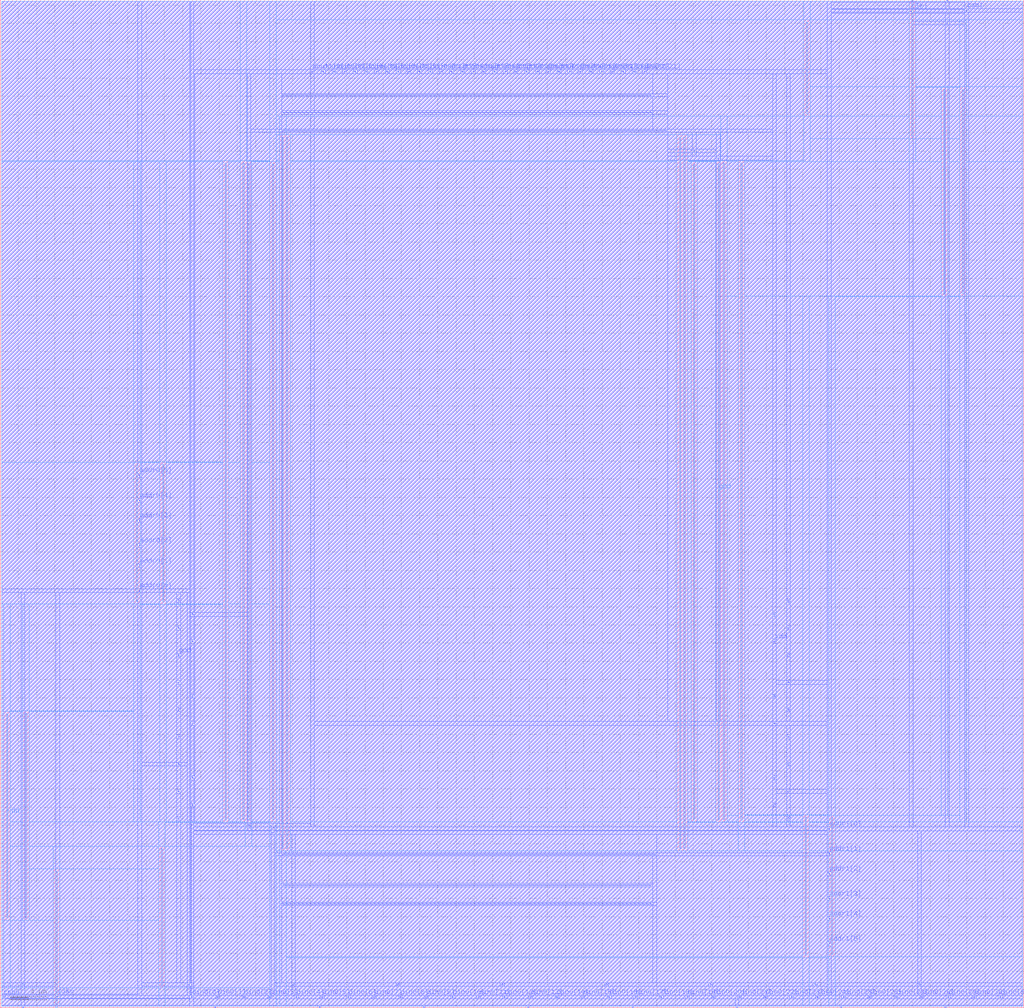
<source format=lef>
VERSION 5.4 ;
NAMESCASESENSITIVE ON ;
BUSBITCHARS "[]" ;
DIVIDERCHAR "/" ;
UNITS
  DATABASE MICRONS 2000 ;
END UNITS
MACRO freepdk45_sram_1w1r_48x32_32
   CLASS BLOCK ;
   SIZE 112.245 BY 110.59 ;
   SYMMETRY X Y R90 ;
   PIN din0[0]
      DIRECTION INPUT ;
      PORT
         LAYER metal3 ;
         RECT  20.94 1.1075 21.075 1.2425 ;
      END
   END din0[0]
   PIN din0[1]
      DIRECTION INPUT ;
      PORT
         LAYER metal3 ;
         RECT  23.8 1.1075 23.935 1.2425 ;
      END
   END din0[1]
   PIN din0[2]
      DIRECTION INPUT ;
      PORT
         LAYER metal3 ;
         RECT  26.66 1.1075 26.795 1.2425 ;
      END
   END din0[2]
   PIN din0[3]
      DIRECTION INPUT ;
      PORT
         LAYER metal3 ;
         RECT  29.52 1.1075 29.655 1.2425 ;
      END
   END din0[3]
   PIN din0[4]
      DIRECTION INPUT ;
      PORT
         LAYER metal3 ;
         RECT  32.38 1.1075 32.515 1.2425 ;
      END
   END din0[4]
   PIN din0[5]
      DIRECTION INPUT ;
      PORT
         LAYER metal3 ;
         RECT  35.24 1.1075 35.375 1.2425 ;
      END
   END din0[5]
   PIN din0[6]
      DIRECTION INPUT ;
      PORT
         LAYER metal3 ;
         RECT  38.1 1.1075 38.235 1.2425 ;
      END
   END din0[6]
   PIN din0[7]
      DIRECTION INPUT ;
      PORT
         LAYER metal3 ;
         RECT  40.96 1.1075 41.095 1.2425 ;
      END
   END din0[7]
   PIN din0[8]
      DIRECTION INPUT ;
      PORT
         LAYER metal3 ;
         RECT  43.82 1.1075 43.955 1.2425 ;
      END
   END din0[8]
   PIN din0[9]
      DIRECTION INPUT ;
      PORT
         LAYER metal3 ;
         RECT  46.68 1.1075 46.815 1.2425 ;
      END
   END din0[9]
   PIN din0[10]
      DIRECTION INPUT ;
      PORT
         LAYER metal3 ;
         RECT  49.54 1.1075 49.675 1.2425 ;
      END
   END din0[10]
   PIN din0[11]
      DIRECTION INPUT ;
      PORT
         LAYER metal3 ;
         RECT  52.4 1.1075 52.535 1.2425 ;
      END
   END din0[11]
   PIN din0[12]
      DIRECTION INPUT ;
      PORT
         LAYER metal3 ;
         RECT  55.26 1.1075 55.395 1.2425 ;
      END
   END din0[12]
   PIN din0[13]
      DIRECTION INPUT ;
      PORT
         LAYER metal3 ;
         RECT  58.12 1.1075 58.255 1.2425 ;
      END
   END din0[13]
   PIN din0[14]
      DIRECTION INPUT ;
      PORT
         LAYER metal3 ;
         RECT  60.98 1.1075 61.115 1.2425 ;
      END
   END din0[14]
   PIN din0[15]
      DIRECTION INPUT ;
      PORT
         LAYER metal3 ;
         RECT  63.84 1.1075 63.975 1.2425 ;
      END
   END din0[15]
   PIN din0[16]
      DIRECTION INPUT ;
      PORT
         LAYER metal3 ;
         RECT  66.7 1.1075 66.835 1.2425 ;
      END
   END din0[16]
   PIN din0[17]
      DIRECTION INPUT ;
      PORT
         LAYER metal3 ;
         RECT  69.56 1.1075 69.695 1.2425 ;
      END
   END din0[17]
   PIN din0[18]
      DIRECTION INPUT ;
      PORT
         LAYER metal3 ;
         RECT  72.42 1.1075 72.555 1.2425 ;
      END
   END din0[18]
   PIN din0[19]
      DIRECTION INPUT ;
      PORT
         LAYER metal3 ;
         RECT  75.28 1.1075 75.415 1.2425 ;
      END
   END din0[19]
   PIN din0[20]
      DIRECTION INPUT ;
      PORT
         LAYER metal3 ;
         RECT  78.14 1.1075 78.275 1.2425 ;
      END
   END din0[20]
   PIN din0[21]
      DIRECTION INPUT ;
      PORT
         LAYER metal3 ;
         RECT  81.0 1.1075 81.135 1.2425 ;
      END
   END din0[21]
   PIN din0[22]
      DIRECTION INPUT ;
      PORT
         LAYER metal3 ;
         RECT  83.86 1.1075 83.995 1.2425 ;
      END
   END din0[22]
   PIN din0[23]
      DIRECTION INPUT ;
      PORT
         LAYER metal3 ;
         RECT  86.72 1.1075 86.855 1.2425 ;
      END
   END din0[23]
   PIN din0[24]
      DIRECTION INPUT ;
      PORT
         LAYER metal3 ;
         RECT  89.58 1.1075 89.715 1.2425 ;
      END
   END din0[24]
   PIN din0[25]
      DIRECTION INPUT ;
      PORT
         LAYER metal3 ;
         RECT  92.44 1.1075 92.575 1.2425 ;
      END
   END din0[25]
   PIN din0[26]
      DIRECTION INPUT ;
      PORT
         LAYER metal3 ;
         RECT  95.3 1.1075 95.435 1.2425 ;
      END
   END din0[26]
   PIN din0[27]
      DIRECTION INPUT ;
      PORT
         LAYER metal3 ;
         RECT  98.16 1.1075 98.295 1.2425 ;
      END
   END din0[27]
   PIN din0[28]
      DIRECTION INPUT ;
      PORT
         LAYER metal3 ;
         RECT  101.02 1.1075 101.155 1.2425 ;
      END
   END din0[28]
   PIN din0[29]
      DIRECTION INPUT ;
      PORT
         LAYER metal3 ;
         RECT  103.88 1.1075 104.015 1.2425 ;
      END
   END din0[29]
   PIN din0[30]
      DIRECTION INPUT ;
      PORT
         LAYER metal3 ;
         RECT  106.74 1.1075 106.875 1.2425 ;
      END
   END din0[30]
   PIN din0[31]
      DIRECTION INPUT ;
      PORT
         LAYER metal3 ;
         RECT  109.6 1.1075 109.735 1.2425 ;
      END
   END din0[31]
   PIN addr0[0]
      DIRECTION INPUT ;
      PORT
         LAYER metal3 ;
         RECT  15.22 45.6975 15.355 45.8325 ;
      END
   END addr0[0]
   PIN addr0[1]
      DIRECTION INPUT ;
      PORT
         LAYER metal3 ;
         RECT  15.22 48.4275 15.355 48.5625 ;
      END
   END addr0[1]
   PIN addr0[2]
      DIRECTION INPUT ;
      PORT
         LAYER metal3 ;
         RECT  15.22 50.6375 15.355 50.7725 ;
      END
   END addr0[2]
   PIN addr0[3]
      DIRECTION INPUT ;
      PORT
         LAYER metal3 ;
         RECT  15.22 53.3675 15.355 53.5025 ;
      END
   END addr0[3]
   PIN addr0[4]
      DIRECTION INPUT ;
      PORT
         LAYER metal3 ;
         RECT  15.22 55.5775 15.355 55.7125 ;
      END
   END addr0[4]
   PIN addr0[5]
      DIRECTION INPUT ;
      PORT
         LAYER metal3 ;
         RECT  15.22 58.3075 15.355 58.4425 ;
      END
   END addr0[5]
   PIN addr1[0]
      DIRECTION INPUT ;
      PORT
         LAYER metal3 ;
         RECT  90.85 19.5675 90.985 19.7025 ;
      END
   END addr1[0]
   PIN addr1[1]
      DIRECTION INPUT ;
      PORT
         LAYER metal3 ;
         RECT  90.85 16.8375 90.985 16.9725 ;
      END
   END addr1[1]
   PIN addr1[2]
      DIRECTION INPUT ;
      PORT
         LAYER metal3 ;
         RECT  90.85 14.6275 90.985 14.7625 ;
      END
   END addr1[2]
   PIN addr1[3]
      DIRECTION INPUT ;
      PORT
         LAYER metal3 ;
         RECT  90.85 11.8975 90.985 12.0325 ;
      END
   END addr1[3]
   PIN addr1[4]
      DIRECTION INPUT ;
      PORT
         LAYER metal3 ;
         RECT  90.85 9.6875 90.985 9.8225 ;
      END
   END addr1[4]
   PIN addr1[5]
      DIRECTION INPUT ;
      PORT
         LAYER metal3 ;
         RECT  90.85 6.9575 90.985 7.0925 ;
      END
   END addr1[5]
   PIN csb0
      DIRECTION INPUT ;
      PORT
         LAYER metal3 ;
         RECT  0.285 1.1075 0.42 1.2425 ;
      END
   END csb0
   PIN csb1
      DIRECTION INPUT ;
      PORT
         LAYER metal3 ;
         RECT  105.925 109.3475 106.06 109.4825 ;
      END
   END csb1
   PIN clk0
      DIRECTION INPUT ;
      PORT
         LAYER metal3 ;
         RECT  6.2475 1.1925 6.3825 1.3275 ;
      END
   END clk0
   PIN clk1
      DIRECTION INPUT ;
      PORT
         LAYER metal3 ;
         RECT  99.8225 109.2625 99.9575 109.3975 ;
      END
   END clk1
   PIN dout1[0]
      DIRECTION OUTPUT ;
      PORT
         LAYER metal3 ;
         RECT  34.1725 102.64 34.3075 102.775 ;
      END
   END dout1[0]
   PIN dout1[1]
      DIRECTION OUTPUT ;
      PORT
         LAYER metal3 ;
         RECT  35.3475 102.64 35.4825 102.775 ;
      END
   END dout1[1]
   PIN dout1[2]
      DIRECTION OUTPUT ;
      PORT
         LAYER metal3 ;
         RECT  36.5225 102.64 36.6575 102.775 ;
      END
   END dout1[2]
   PIN dout1[3]
      DIRECTION OUTPUT ;
      PORT
         LAYER metal3 ;
         RECT  37.6975 102.64 37.8325 102.775 ;
      END
   END dout1[3]
   PIN dout1[4]
      DIRECTION OUTPUT ;
      PORT
         LAYER metal3 ;
         RECT  38.8725 102.64 39.0075 102.775 ;
      END
   END dout1[4]
   PIN dout1[5]
      DIRECTION OUTPUT ;
      PORT
         LAYER metal3 ;
         RECT  40.0475 102.64 40.1825 102.775 ;
      END
   END dout1[5]
   PIN dout1[6]
      DIRECTION OUTPUT ;
      PORT
         LAYER metal3 ;
         RECT  41.2225 102.64 41.3575 102.775 ;
      END
   END dout1[6]
   PIN dout1[7]
      DIRECTION OUTPUT ;
      PORT
         LAYER metal3 ;
         RECT  42.3975 102.64 42.5325 102.775 ;
      END
   END dout1[7]
   PIN dout1[8]
      DIRECTION OUTPUT ;
      PORT
         LAYER metal3 ;
         RECT  43.5725 102.64 43.7075 102.775 ;
      END
   END dout1[8]
   PIN dout1[9]
      DIRECTION OUTPUT ;
      PORT
         LAYER metal3 ;
         RECT  44.7475 102.64 44.8825 102.775 ;
      END
   END dout1[9]
   PIN dout1[10]
      DIRECTION OUTPUT ;
      PORT
         LAYER metal3 ;
         RECT  45.9225 102.64 46.0575 102.775 ;
      END
   END dout1[10]
   PIN dout1[11]
      DIRECTION OUTPUT ;
      PORT
         LAYER metal3 ;
         RECT  47.0975 102.64 47.2325 102.775 ;
      END
   END dout1[11]
   PIN dout1[12]
      DIRECTION OUTPUT ;
      PORT
         LAYER metal3 ;
         RECT  48.2725 102.64 48.4075 102.775 ;
      END
   END dout1[12]
   PIN dout1[13]
      DIRECTION OUTPUT ;
      PORT
         LAYER metal3 ;
         RECT  49.4475 102.64 49.5825 102.775 ;
      END
   END dout1[13]
   PIN dout1[14]
      DIRECTION OUTPUT ;
      PORT
         LAYER metal3 ;
         RECT  50.6225 102.64 50.7575 102.775 ;
      END
   END dout1[14]
   PIN dout1[15]
      DIRECTION OUTPUT ;
      PORT
         LAYER metal3 ;
         RECT  51.7975 102.64 51.9325 102.775 ;
      END
   END dout1[15]
   PIN dout1[16]
      DIRECTION OUTPUT ;
      PORT
         LAYER metal3 ;
         RECT  52.9725 102.64 53.1075 102.775 ;
      END
   END dout1[16]
   PIN dout1[17]
      DIRECTION OUTPUT ;
      PORT
         LAYER metal3 ;
         RECT  54.1475 102.64 54.2825 102.775 ;
      END
   END dout1[17]
   PIN dout1[18]
      DIRECTION OUTPUT ;
      PORT
         LAYER metal3 ;
         RECT  55.3225 102.64 55.4575 102.775 ;
      END
   END dout1[18]
   PIN dout1[19]
      DIRECTION OUTPUT ;
      PORT
         LAYER metal3 ;
         RECT  56.4975 102.64 56.6325 102.775 ;
      END
   END dout1[19]
   PIN dout1[20]
      DIRECTION OUTPUT ;
      PORT
         LAYER metal3 ;
         RECT  57.6725 102.64 57.8075 102.775 ;
      END
   END dout1[20]
   PIN dout1[21]
      DIRECTION OUTPUT ;
      PORT
         LAYER metal3 ;
         RECT  58.8475 102.64 58.9825 102.775 ;
      END
   END dout1[21]
   PIN dout1[22]
      DIRECTION OUTPUT ;
      PORT
         LAYER metal3 ;
         RECT  60.0225 102.64 60.1575 102.775 ;
      END
   END dout1[22]
   PIN dout1[23]
      DIRECTION OUTPUT ;
      PORT
         LAYER metal3 ;
         RECT  61.1975 102.64 61.3325 102.775 ;
      END
   END dout1[23]
   PIN dout1[24]
      DIRECTION OUTPUT ;
      PORT
         LAYER metal3 ;
         RECT  62.3725 102.64 62.5075 102.775 ;
      END
   END dout1[24]
   PIN dout1[25]
      DIRECTION OUTPUT ;
      PORT
         LAYER metal3 ;
         RECT  63.5475 102.64 63.6825 102.775 ;
      END
   END dout1[25]
   PIN dout1[26]
      DIRECTION OUTPUT ;
      PORT
         LAYER metal3 ;
         RECT  64.7225 102.64 64.8575 102.775 ;
      END
   END dout1[26]
   PIN dout1[27]
      DIRECTION OUTPUT ;
      PORT
         LAYER metal3 ;
         RECT  65.8975 102.64 66.0325 102.775 ;
      END
   END dout1[27]
   PIN dout1[28]
      DIRECTION OUTPUT ;
      PORT
         LAYER metal3 ;
         RECT  67.0725 102.64 67.2075 102.775 ;
      END
   END dout1[28]
   PIN dout1[29]
      DIRECTION OUTPUT ;
      PORT
         LAYER metal3 ;
         RECT  68.2475 102.64 68.3825 102.775 ;
      END
   END dout1[29]
   PIN dout1[30]
      DIRECTION OUTPUT ;
      PORT
         LAYER metal3 ;
         RECT  69.4225 102.64 69.5575 102.775 ;
      END
   END dout1[30]
   PIN dout1[31]
      DIRECTION OUTPUT ;
      PORT
         LAYER metal3 ;
         RECT  70.5975 102.64 70.7325 102.775 ;
      END
   END dout1[31]
   PIN vdd
      DIRECTION INOUT ;
      USE POWER ; 
      SHAPE ABUTMENT ; 
      PORT
         LAYER metal3 ;
         RECT  29.8425 19.1775 29.9775 19.3125 ;
         LAYER metal3 ;
         RECT  84.8375 31.1375 84.9725 31.2725 ;
         LAYER metal3 ;
         RECT  27.21 19.965 27.345 20.1 ;
         LAYER metal4 ;
         RECT  29.84 20.67 29.98 92.57 ;
         LAYER metal4 ;
         RECT  88.41 98.1 88.55 108.12 ;
         LAYER metal4 ;
         RECT  76.03 20.67 76.17 92.57 ;
         LAYER metal4 ;
         RECT  79.28 20.67 79.42 92.64 ;
         LAYER metal3 ;
         RECT  21.0375 43.0975 21.1725 43.2325 ;
         LAYER metal4 ;
         RECT  105.5175 78.34 105.6575 100.7425 ;
         LAYER metal3 ;
         RECT  30.9875 96.185 73.0475 96.255 ;
         LAYER metal3 ;
         RECT  21.0375 25.1575 21.1725 25.2925 ;
         LAYER metal3 ;
         RECT  2.425 2.4725 2.56 2.6075 ;
         LAYER metal3 ;
         RECT  32.0975 2.4725 32.2325 2.6075 ;
         LAYER metal3 ;
         RECT  66.4175 2.4725 66.5525 2.6075 ;
         LAYER metal3 ;
         RECT  84.8375 25.1575 84.9725 25.2925 ;
         LAYER metal4 ;
         RECT  14.935 44.59 15.075 59.55 ;
         LAYER metal3 ;
         RECT  21.0375 34.1275 21.1725 34.2625 ;
         LAYER metal3 ;
         RECT  89.2975 2.4725 89.4325 2.6075 ;
         LAYER metal4 ;
         RECT  30.92 17.5 31.06 95.49 ;
         LAYER metal3 ;
         RECT  78.665 93.14 78.8 93.275 ;
         LAYER metal4 ;
         RECT  74.95 17.5 75.09 95.49 ;
         LAYER metal3 ;
         RECT  84.8375 43.0975 84.9725 43.2325 ;
         LAYER metal4 ;
         RECT  91.13 5.85 91.27 20.81 ;
         LAYER metal3 ;
         RECT  21.0375 31.1375 21.1725 31.2725 ;
         LAYER metal3 ;
         RECT  30.9875 16.805 71.8725 16.875 ;
         LAYER metal4 ;
         RECT  26.59 20.67 26.73 92.64 ;
         LAYER metal3 ;
         RECT  21.0375 40.1075 21.1725 40.2425 ;
         LAYER metal4 ;
         RECT  17.655 2.47 17.795 17.43 ;
         LAYER metal4 ;
         RECT  0.6875 9.8475 0.8275 32.25 ;
         LAYER metal3 ;
         RECT  54.9775 2.4725 55.1125 2.6075 ;
         LAYER metal3 ;
         RECT  84.8375 34.1275 84.9725 34.2625 ;
         LAYER metal3 ;
         RECT  21.0375 22.1675 21.1725 22.3025 ;
         LAYER metal3 ;
         RECT  30.9875 100.0825 71.4025 100.1525 ;
         LAYER metal3 ;
         RECT  103.785 107.9825 103.92 108.1175 ;
         LAYER metal3 ;
         RECT  20.6575 2.4725 20.7925 2.6075 ;
         LAYER metal3 ;
         RECT  76.0325 93.9275 76.1675 94.0625 ;
         LAYER metal3 ;
         RECT  77.8575 2.4725 77.9925 2.6075 ;
         LAYER metal3 ;
         RECT  43.5375 2.4725 43.6725 2.6075 ;
         LAYER metal3 ;
         RECT  30.9875 11.37 71.4025 11.44 ;
         LAYER metal3 ;
         RECT  100.7375 2.4725 100.8725 2.6075 ;
         LAYER metal3 ;
         RECT  84.8375 22.1675 84.9725 22.3025 ;
         LAYER metal3 ;
         RECT  84.8375 40.1075 84.9725 40.2425 ;
      END
   END vdd
   PIN gnd
      DIRECTION INOUT ;
      USE GROUND ; 
      SHAPE ABUTMENT ; 
      PORT
         LAYER metal4 ;
         RECT  27.15 20.6375 27.29 92.6025 ;
         LAYER metal3 ;
         RECT  19.51 26.6525 19.645 26.7875 ;
         LAYER metal3 ;
         RECT  86.365 35.6225 86.5 35.7575 ;
         LAYER metal4 ;
         RECT  2.75 9.88 2.89 32.2825 ;
         LAYER metal4 ;
         RECT  74.49 17.5 74.63 95.49 ;
         LAYER metal3 ;
         RECT  80.7175 0.0025 80.8525 0.1375 ;
         LAYER metal3 ;
         RECT  19.51 44.5925 19.645 44.7275 ;
         LAYER metal4 ;
         RECT  6.105 0.0 6.245 14.96 ;
         LAYER metal3 ;
         RECT  86.365 23.6625 86.5 23.7975 ;
         LAYER metal3 ;
         RECT  86.365 26.6525 86.5 26.7875 ;
         LAYER metal3 ;
         RECT  86.365 29.6425 86.5 29.7775 ;
         LAYER metal4 ;
         RECT  99.96 95.63 100.1 110.59 ;
         LAYER metal3 ;
         RECT  86.365 32.6325 86.5 32.7675 ;
         LAYER metal3 ;
         RECT  69.2775 0.0025 69.4125 0.1375 ;
         LAYER metal3 ;
         RECT  30.9875 98.19 71.4375 98.26 ;
         LAYER metal3 ;
         RECT  57.8375 0.0025 57.9725 0.1375 ;
         LAYER metal3 ;
         RECT  86.365 20.6725 86.5 20.8075 ;
         LAYER metal3 ;
         RECT  19.51 35.6225 19.645 35.7575 ;
         LAYER metal3 ;
         RECT  34.9575 0.0025 35.0925 0.1375 ;
         LAYER metal4 ;
         RECT  24.655 20.6375 24.795 92.64 ;
         LAYER metal3 ;
         RECT  92.1575 0.0025 92.2925 0.1375 ;
         LAYER metal3 ;
         RECT  103.785 110.4525 103.92 110.5875 ;
         LAYER metal3 ;
         RECT  86.365 41.6025 86.5 41.7375 ;
         LAYER metal3 ;
         RECT  23.5175 0.0025 23.6525 0.1375 ;
         LAYER metal3 ;
         RECT  86.365 38.6125 86.5 38.7475 ;
         LAYER metal4 ;
         RECT  31.38 17.5 31.52 95.49 ;
         LAYER metal3 ;
         RECT  19.51 32.6325 19.645 32.7675 ;
         LAYER metal3 ;
         RECT  30.9875 13.42 71.4025 13.49 ;
         LAYER metal3 ;
         RECT  86.365 44.5925 86.5 44.7275 ;
         LAYER metal3 ;
         RECT  19.51 29.6425 19.645 29.7775 ;
         LAYER metal3 ;
         RECT  19.51 20.6725 19.645 20.8075 ;
         LAYER metal3 ;
         RECT  103.5975 0.0025 103.7325 0.1375 ;
         LAYER metal3 ;
         RECT  46.3975 0.0025 46.5325 0.1375 ;
         LAYER metal3 ;
         RECT  2.425 0.0025 2.56 0.1375 ;
         LAYER metal4 ;
         RECT  103.455 78.3075 103.595 100.71 ;
         LAYER metal3 ;
         RECT  19.51 23.6625 19.645 23.7975 ;
         LAYER metal4 ;
         RECT  17.795 44.525 17.935 59.615 ;
         LAYER metal3 ;
         RECT  19.51 41.6025 19.645 41.7375 ;
         LAYER metal3 ;
         RECT  19.51 38.6125 19.645 38.7475 ;
         LAYER metal4 ;
         RECT  81.215 20.6375 81.355 92.64 ;
         LAYER metal4 ;
         RECT  88.27 5.785 88.41 20.875 ;
         LAYER metal4 ;
         RECT  78.72 20.6375 78.86 92.6025 ;
      END
   END gnd
   OBS
   LAYER  metal1 ;
      RECT  0.14 0.14 112.105 110.45 ;
   LAYER  metal2 ;
      RECT  0.14 0.14 112.105 110.45 ;
   LAYER  metal3 ;
      RECT  20.8 0.14 21.215 0.9675 ;
      RECT  21.215 0.9675 23.66 1.3825 ;
      RECT  24.075 0.9675 26.52 1.3825 ;
      RECT  26.935 0.9675 29.38 1.3825 ;
      RECT  29.795 0.9675 32.24 1.3825 ;
      RECT  32.655 0.9675 35.1 1.3825 ;
      RECT  35.515 0.9675 37.96 1.3825 ;
      RECT  38.375 0.9675 40.82 1.3825 ;
      RECT  41.235 0.9675 43.68 1.3825 ;
      RECT  44.095 0.9675 46.54 1.3825 ;
      RECT  46.955 0.9675 49.4 1.3825 ;
      RECT  49.815 0.9675 52.26 1.3825 ;
      RECT  52.675 0.9675 55.12 1.3825 ;
      RECT  55.535 0.9675 57.98 1.3825 ;
      RECT  58.395 0.9675 60.84 1.3825 ;
      RECT  61.255 0.9675 63.7 1.3825 ;
      RECT  64.115 0.9675 66.56 1.3825 ;
      RECT  66.975 0.9675 69.42 1.3825 ;
      RECT  69.835 0.9675 72.28 1.3825 ;
      RECT  72.695 0.9675 75.14 1.3825 ;
      RECT  75.555 0.9675 78.0 1.3825 ;
      RECT  78.415 0.9675 80.86 1.3825 ;
      RECT  81.275 0.9675 83.72 1.3825 ;
      RECT  84.135 0.9675 86.58 1.3825 ;
      RECT  86.995 0.9675 89.44 1.3825 ;
      RECT  89.855 0.9675 92.3 1.3825 ;
      RECT  92.715 0.9675 95.16 1.3825 ;
      RECT  95.575 0.9675 98.02 1.3825 ;
      RECT  98.435 0.9675 100.88 1.3825 ;
      RECT  101.295 0.9675 103.74 1.3825 ;
      RECT  104.155 0.9675 106.6 1.3825 ;
      RECT  107.015 0.9675 109.46 1.3825 ;
      RECT  109.875 0.9675 112.105 1.3825 ;
      RECT  0.14 45.5575 15.08 45.9725 ;
      RECT  0.14 45.9725 15.08 110.45 ;
      RECT  15.08 1.3825 15.495 45.5575 ;
      RECT  15.495 45.5575 20.8 45.9725 ;
      RECT  15.495 45.9725 20.8 110.45 ;
      RECT  15.08 45.9725 15.495 48.2875 ;
      RECT  15.08 48.7025 15.495 50.4975 ;
      RECT  15.08 50.9125 15.495 53.2275 ;
      RECT  15.08 53.6425 15.495 55.4375 ;
      RECT  15.08 55.8525 15.495 58.1675 ;
      RECT  15.08 58.5825 15.495 110.45 ;
      RECT  90.71 19.8425 91.125 110.45 ;
      RECT  91.125 19.4275 112.105 19.8425 ;
      RECT  90.71 17.1125 91.125 19.4275 ;
      RECT  90.71 14.9025 91.125 16.6975 ;
      RECT  90.71 12.1725 91.125 14.4875 ;
      RECT  90.71 9.9625 91.125 11.7575 ;
      RECT  90.71 1.3825 91.125 6.8175 ;
      RECT  90.71 7.2325 91.125 9.5475 ;
      RECT  0.14 0.9675 0.145 1.3825 ;
      RECT  105.785 19.8425 106.2 109.2075 ;
      RECT  105.785 109.6225 106.2 110.45 ;
      RECT  106.2 19.8425 112.105 109.2075 ;
      RECT  106.2 109.2075 112.105 109.6225 ;
      RECT  106.2 109.6225 112.105 110.45 ;
      RECT  0.14 1.3825 6.1075 1.4675 ;
      RECT  6.1075 1.4675 6.5225 45.5575 ;
      RECT  6.5225 1.3825 15.08 1.4675 ;
      RECT  6.5225 1.4675 15.08 45.5575 ;
      RECT  0.56 0.9675 6.1075 1.0525 ;
      RECT  0.56 1.0525 6.1075 1.3825 ;
      RECT  6.1075 0.9675 6.5225 1.0525 ;
      RECT  6.5225 0.9675 20.8 1.0525 ;
      RECT  6.5225 1.0525 20.8 1.3825 ;
      RECT  91.125 19.8425 99.6825 109.1225 ;
      RECT  91.125 109.1225 99.6825 109.2075 ;
      RECT  99.6825 19.8425 100.0975 109.1225 ;
      RECT  100.0975 109.1225 105.785 109.2075 ;
      RECT  91.125 109.2075 99.6825 109.5375 ;
      RECT  91.125 109.5375 99.6825 109.6225 ;
      RECT  99.6825 109.5375 100.0975 109.6225 ;
      RECT  100.0975 109.2075 105.785 109.5375 ;
      RECT  100.0975 109.5375 105.785 109.6225 ;
      RECT  21.215 102.5 34.0325 102.915 ;
      RECT  21.215 102.915 34.0325 110.45 ;
      RECT  34.0325 102.915 34.4475 110.45 ;
      RECT  34.4475 102.915 90.71 110.45 ;
      RECT  34.4475 102.5 35.2075 102.915 ;
      RECT  35.6225 102.5 36.3825 102.915 ;
      RECT  36.7975 102.5 37.5575 102.915 ;
      RECT  37.9725 102.5 38.7325 102.915 ;
      RECT  39.1475 102.5 39.9075 102.915 ;
      RECT  40.3225 102.5 41.0825 102.915 ;
      RECT  41.4975 102.5 42.2575 102.915 ;
      RECT  42.6725 102.5 43.4325 102.915 ;
      RECT  43.8475 102.5 44.6075 102.915 ;
      RECT  45.0225 102.5 45.7825 102.915 ;
      RECT  46.1975 102.5 46.9575 102.915 ;
      RECT  47.3725 102.5 48.1325 102.915 ;
      RECT  48.5475 102.5 49.3075 102.915 ;
      RECT  49.7225 102.5 50.4825 102.915 ;
      RECT  50.8975 102.5 51.6575 102.915 ;
      RECT  52.0725 102.5 52.8325 102.915 ;
      RECT  53.2475 102.5 54.0075 102.915 ;
      RECT  54.4225 102.5 55.1825 102.915 ;
      RECT  55.5975 102.5 56.3575 102.915 ;
      RECT  56.7725 102.5 57.5325 102.915 ;
      RECT  57.9475 102.5 58.7075 102.915 ;
      RECT  59.1225 102.5 59.8825 102.915 ;
      RECT  60.2975 102.5 61.0575 102.915 ;
      RECT  61.4725 102.5 62.2325 102.915 ;
      RECT  62.6475 102.5 63.4075 102.915 ;
      RECT  63.8225 102.5 64.5825 102.915 ;
      RECT  64.9975 102.5 65.7575 102.915 ;
      RECT  66.1725 102.5 66.9325 102.915 ;
      RECT  67.3475 102.5 68.1075 102.915 ;
      RECT  68.5225 102.5 69.2825 102.915 ;
      RECT  69.6975 102.5 70.4575 102.915 ;
      RECT  70.8725 102.5 90.71 102.915 ;
      RECT  21.215 1.3825 29.7025 19.0375 ;
      RECT  21.215 19.0375 29.7025 19.4275 ;
      RECT  29.7025 1.3825 30.1175 19.0375 ;
      RECT  30.1175 19.0375 90.71 19.4275 ;
      RECT  21.215 19.4275 29.7025 19.4525 ;
      RECT  29.7025 19.4525 30.1175 19.8425 ;
      RECT  30.1175 19.4275 90.71 19.4525 ;
      RECT  30.1175 19.4525 90.71 19.8425 ;
      RECT  34.4475 19.8425 84.6975 30.9975 ;
      RECT  34.4475 30.9975 84.6975 31.4125 ;
      RECT  85.1125 30.9975 90.71 31.4125 ;
      RECT  21.215 19.8425 27.07 20.24 ;
      RECT  27.07 20.24 27.485 102.5 ;
      RECT  27.485 19.8425 34.0325 20.24 ;
      RECT  21.215 19.4525 27.07 19.825 ;
      RECT  21.215 19.825 27.07 19.8425 ;
      RECT  27.07 19.4525 27.485 19.825 ;
      RECT  27.485 19.4525 29.7025 19.825 ;
      RECT  27.485 19.825 29.7025 19.8425 ;
      RECT  20.8 42.9575 20.8975 43.3725 ;
      RECT  20.8 43.3725 20.8975 110.45 ;
      RECT  20.8975 43.3725 21.215 110.45 ;
      RECT  21.215 43.3725 21.3125 102.5 ;
      RECT  21.3125 20.24 27.07 42.9575 ;
      RECT  21.3125 42.9575 27.07 43.3725 ;
      RECT  21.3125 43.3725 27.07 102.5 ;
      RECT  34.0325 19.8425 34.4475 96.045 ;
      RECT  34.4475 31.4125 73.1875 96.045 ;
      RECT  73.1875 96.045 84.6975 96.395 ;
      RECT  73.1875 96.395 84.6975 102.5 ;
      RECT  27.485 20.24 30.8475 96.045 ;
      RECT  27.485 96.045 30.8475 96.395 ;
      RECT  27.485 96.395 30.8475 102.5 ;
      RECT  30.8475 20.24 34.0325 96.045 ;
      RECT  0.14 1.4675 2.285 2.3325 ;
      RECT  0.14 2.3325 2.285 2.7475 ;
      RECT  0.14 2.7475 2.285 45.5575 ;
      RECT  2.285 1.4675 2.7 2.3325 ;
      RECT  2.285 2.7475 2.7 45.5575 ;
      RECT  2.7 1.4675 6.1075 2.3325 ;
      RECT  2.7 2.3325 6.1075 2.7475 ;
      RECT  2.7 2.7475 6.1075 45.5575 ;
      RECT  30.1175 1.3825 31.9575 2.3325 ;
      RECT  30.1175 2.3325 31.9575 2.7475 ;
      RECT  31.9575 1.3825 32.3725 2.3325 ;
      RECT  32.3725 1.3825 90.71 2.3325 ;
      RECT  84.6975 25.4325 85.1125 30.9975 ;
      RECT  89.5725 2.3325 90.71 2.7475 ;
      RECT  73.1875 31.4125 78.525 93.0 ;
      RECT  73.1875 93.0 78.525 93.415 ;
      RECT  78.525 31.4125 78.94 93.0 ;
      RECT  78.525 93.415 78.94 96.045 ;
      RECT  78.94 31.4125 84.6975 93.0 ;
      RECT  78.94 93.0 84.6975 93.415 ;
      RECT  78.94 93.415 84.6975 96.045 ;
      RECT  84.6975 43.3725 85.1125 102.5 ;
      RECT  20.8975 25.4325 21.215 30.9975 ;
      RECT  20.8975 31.4125 21.215 33.9875 ;
      RECT  21.215 25.4325 21.3125 30.9975 ;
      RECT  21.215 31.4125 21.3125 33.9875 ;
      RECT  30.1175 2.7475 30.8475 16.665 ;
      RECT  30.1175 16.665 30.8475 17.015 ;
      RECT  30.1175 17.015 30.8475 19.0375 ;
      RECT  30.8475 17.015 31.9575 19.0375 ;
      RECT  31.9575 17.015 32.3725 19.0375 ;
      RECT  32.3725 17.015 72.0125 19.0375 ;
      RECT  72.0125 2.7475 90.71 16.665 ;
      RECT  72.0125 16.665 90.71 17.015 ;
      RECT  72.0125 17.015 90.71 19.0375 ;
      RECT  20.8975 34.4025 21.215 39.9675 ;
      RECT  20.8975 40.3825 21.215 42.9575 ;
      RECT  21.215 34.4025 21.3125 39.9675 ;
      RECT  21.215 40.3825 21.3125 42.9575 ;
      RECT  55.2525 2.3325 66.2775 2.7475 ;
      RECT  84.6975 31.4125 85.1125 33.9875 ;
      RECT  20.8975 22.4425 21.215 25.0175 ;
      RECT  21.215 20.24 21.3125 22.0275 ;
      RECT  21.215 22.4425 21.3125 25.0175 ;
      RECT  34.0325 100.2925 34.4475 102.5 ;
      RECT  34.4475 100.2925 71.5425 102.5 ;
      RECT  71.5425 99.9425 73.1875 100.2925 ;
      RECT  71.5425 100.2925 73.1875 102.5 ;
      RECT  30.8475 100.2925 34.0325 102.5 ;
      RECT  100.0975 19.8425 103.645 107.8425 ;
      RECT  100.0975 107.8425 103.645 108.2575 ;
      RECT  100.0975 108.2575 103.645 109.1225 ;
      RECT  103.645 19.8425 104.06 107.8425 ;
      RECT  103.645 108.2575 104.06 109.1225 ;
      RECT  104.06 19.8425 105.785 107.8425 ;
      RECT  104.06 107.8425 105.785 108.2575 ;
      RECT  104.06 108.2575 105.785 109.1225 ;
      RECT  15.495 1.3825 20.5175 2.3325 ;
      RECT  15.495 2.3325 20.5175 2.7475 ;
      RECT  20.5175 1.3825 20.8 2.3325 ;
      RECT  20.5175 2.7475 20.8 45.5575 ;
      RECT  20.8 1.3825 20.8975 2.3325 ;
      RECT  20.8 2.7475 20.8975 42.9575 ;
      RECT  20.8975 1.3825 20.9325 2.3325 ;
      RECT  20.8975 2.7475 20.9325 22.0275 ;
      RECT  20.9325 1.3825 21.215 2.3325 ;
      RECT  20.9325 2.3325 21.215 2.7475 ;
      RECT  20.9325 2.7475 21.215 22.0275 ;
      RECT  73.1875 93.415 75.8925 93.7875 ;
      RECT  73.1875 93.7875 75.8925 94.2025 ;
      RECT  73.1875 94.2025 75.8925 96.045 ;
      RECT  75.8925 93.415 76.3075 93.7875 ;
      RECT  75.8925 94.2025 76.3075 96.045 ;
      RECT  76.3075 93.415 78.525 93.7875 ;
      RECT  76.3075 93.7875 78.525 94.2025 ;
      RECT  76.3075 94.2025 78.525 96.045 ;
      RECT  66.6925 2.3325 77.7175 2.7475 ;
      RECT  78.1325 2.3325 89.1575 2.7475 ;
      RECT  32.3725 2.3325 43.3975 2.7475 ;
      RECT  43.8125 2.3325 54.8375 2.7475 ;
      RECT  30.8475 2.7475 31.9575 11.23 ;
      RECT  31.9575 2.7475 32.3725 11.23 ;
      RECT  32.3725 2.7475 71.5425 11.23 ;
      RECT  71.5425 2.7475 72.0125 11.23 ;
      RECT  71.5425 11.23 72.0125 11.58 ;
      RECT  71.5425 11.58 72.0125 16.665 ;
      RECT  91.125 1.3825 100.5975 2.3325 ;
      RECT  91.125 2.3325 100.5975 2.7475 ;
      RECT  91.125 2.7475 100.5975 19.4275 ;
      RECT  100.5975 1.3825 101.0125 2.3325 ;
      RECT  100.5975 2.7475 101.0125 19.4275 ;
      RECT  101.0125 1.3825 112.105 2.3325 ;
      RECT  101.0125 2.3325 112.105 2.7475 ;
      RECT  101.0125 2.7475 112.105 19.4275 ;
      RECT  84.6975 19.8425 85.1125 22.0275 ;
      RECT  84.6975 22.4425 85.1125 25.0175 ;
      RECT  84.6975 34.4025 85.1125 39.9675 ;
      RECT  84.6975 40.3825 85.1125 42.9575 ;
      RECT  15.495 2.7475 19.37 26.5125 ;
      RECT  15.495 26.5125 19.37 26.9275 ;
      RECT  15.495 26.9275 19.37 45.5575 ;
      RECT  19.785 2.7475 20.5175 26.5125 ;
      RECT  19.785 26.5125 20.5175 26.9275 ;
      RECT  19.785 26.9275 20.5175 45.5575 ;
      RECT  85.1125 31.4125 86.225 35.4825 ;
      RECT  85.1125 35.4825 86.225 35.8975 ;
      RECT  85.1125 35.8975 86.225 102.5 ;
      RECT  86.64 31.4125 90.71 35.4825 ;
      RECT  86.64 35.4825 90.71 35.8975 ;
      RECT  86.64 35.8975 90.71 102.5 ;
      RECT  21.215 0.2775 80.5775 0.9675 ;
      RECT  80.5775 0.2775 80.9925 0.9675 ;
      RECT  80.9925 0.2775 112.105 0.9675 ;
      RECT  19.37 44.8675 19.785 45.5575 ;
      RECT  85.1125 19.8425 86.225 23.5225 ;
      RECT  85.1125 23.5225 86.225 23.9375 ;
      RECT  85.1125 23.9375 86.225 30.9975 ;
      RECT  86.64 19.8425 90.71 23.5225 ;
      RECT  86.64 23.5225 90.71 23.9375 ;
      RECT  86.64 23.9375 90.71 30.9975 ;
      RECT  86.225 23.9375 86.64 26.5125 ;
      RECT  86.225 26.9275 86.64 29.5025 ;
      RECT  86.225 29.9175 86.64 30.9975 ;
      RECT  86.225 31.4125 86.64 32.4925 ;
      RECT  86.225 32.9075 86.64 35.4825 ;
      RECT  69.5525 0.14 80.5775 0.2775 ;
      RECT  34.0325 96.395 34.4475 98.05 ;
      RECT  34.0325 98.4 34.4475 99.9425 ;
      RECT  34.4475 96.395 71.5425 98.05 ;
      RECT  34.4475 98.4 71.5425 99.9425 ;
      RECT  71.5425 96.395 71.5775 98.05 ;
      RECT  71.5425 98.4 71.5775 99.9425 ;
      RECT  71.5775 96.395 73.1875 98.05 ;
      RECT  71.5775 98.05 73.1875 98.4 ;
      RECT  71.5775 98.4 73.1875 99.9425 ;
      RECT  30.8475 96.395 34.0325 98.05 ;
      RECT  30.8475 98.4 34.0325 99.9425 ;
      RECT  58.1125 0.14 69.1375 0.2775 ;
      RECT  86.225 19.8425 86.64 20.5325 ;
      RECT  86.225 20.9475 86.64 23.5225 ;
      RECT  80.9925 0.14 92.0175 0.2775 ;
      RECT  91.125 109.6225 103.645 110.3125 ;
      RECT  91.125 110.3125 103.645 110.45 ;
      RECT  103.645 109.6225 104.06 110.3125 ;
      RECT  104.06 109.6225 105.785 110.3125 ;
      RECT  104.06 110.3125 105.785 110.45 ;
      RECT  21.215 0.14 23.3775 0.2775 ;
      RECT  23.7925 0.14 34.8175 0.2775 ;
      RECT  86.225 35.8975 86.64 38.4725 ;
      RECT  86.225 38.8875 86.64 41.4625 ;
      RECT  19.37 32.9075 19.785 35.4825 ;
      RECT  30.8475 11.58 31.9575 13.28 ;
      RECT  30.8475 13.63 31.9575 16.665 ;
      RECT  31.9575 11.58 32.3725 13.28 ;
      RECT  31.9575 13.63 32.3725 16.665 ;
      RECT  32.3725 11.58 71.5425 13.28 ;
      RECT  32.3725 13.63 71.5425 16.665 ;
      RECT  86.225 41.8775 86.64 44.4525 ;
      RECT  86.225 44.8675 86.64 102.5 ;
      RECT  19.37 26.9275 19.785 29.5025 ;
      RECT  19.37 29.9175 19.785 32.4925 ;
      RECT  19.37 2.7475 19.785 20.5325 ;
      RECT  92.4325 0.14 103.4575 0.2775 ;
      RECT  103.8725 0.14 112.105 0.2775 ;
      RECT  35.2325 0.14 46.2575 0.2775 ;
      RECT  46.6725 0.14 57.6975 0.2775 ;
      RECT  0.14 0.14 2.285 0.2775 ;
      RECT  0.14 0.2775 2.285 0.9675 ;
      RECT  2.285 0.2775 2.7 0.9675 ;
      RECT  2.7 0.14 20.8 0.2775 ;
      RECT  2.7 0.2775 20.8 0.9675 ;
      RECT  19.37 20.9475 19.785 23.5225 ;
      RECT  19.37 23.9375 19.785 26.5125 ;
      RECT  19.37 41.8775 19.785 44.4525 ;
      RECT  19.37 35.8975 19.785 38.4725 ;
      RECT  19.37 38.8875 19.785 41.4625 ;
   LAYER  metal4 ;
      RECT  29.56 0.14 30.26 20.39 ;
      RECT  29.56 92.85 30.26 110.45 ;
      RECT  30.26 97.82 88.13 108.4 ;
      RECT  30.26 108.4 88.13 110.45 ;
      RECT  88.13 92.85 88.83 97.82 ;
      RECT  88.13 108.4 88.83 110.45 ;
      RECT  79.0 92.92 79.7 97.82 ;
      RECT  79.7 92.92 88.13 97.82 ;
      RECT  105.9375 92.85 112.105 97.82 ;
      RECT  105.2375 101.0225 105.9375 108.4 ;
      RECT  105.9375 97.82 112.105 101.0225 ;
      RECT  105.9375 101.0225 112.105 108.4 ;
      RECT  105.2375 20.39 105.9375 78.06 ;
      RECT  105.9375 20.39 112.105 78.06 ;
      RECT  105.9375 78.06 112.105 92.85 ;
      RECT  0.14 44.31 14.655 59.83 ;
      RECT  0.14 59.83 14.655 92.85 ;
      RECT  14.655 20.39 15.355 44.31 ;
      RECT  14.655 59.83 15.355 92.85 ;
      RECT  30.26 0.14 30.64 17.22 ;
      RECT  30.26 17.22 30.64 20.39 ;
      RECT  30.64 0.14 31.34 17.22 ;
      RECT  30.26 20.39 30.64 92.85 ;
      RECT  30.26 92.85 30.64 92.92 ;
      RECT  30.26 92.92 30.64 95.77 ;
      RECT  30.26 95.77 30.64 97.82 ;
      RECT  30.64 95.77 31.34 97.82 ;
      RECT  31.34 95.77 79.0 97.82 ;
      RECT  75.37 20.39 75.75 92.85 ;
      RECT  75.37 92.92 79.0 95.77 ;
      RECT  90.85 21.09 91.55 78.06 ;
      RECT  91.55 20.39 105.2375 21.09 ;
      RECT  90.85 0.14 91.55 5.57 ;
      RECT  91.55 0.14 112.105 5.57 ;
      RECT  91.55 5.57 112.105 17.22 ;
      RECT  91.55 17.22 112.105 20.39 ;
      RECT  0.14 92.92 26.31 110.45 ;
      RECT  26.31 92.92 27.01 110.45 ;
      RECT  27.01 92.92 29.56 110.45 ;
      RECT  17.375 0.14 18.075 2.19 ;
      RECT  17.375 17.71 18.075 20.39 ;
      RECT  18.075 0.14 29.56 2.19 ;
      RECT  18.075 2.19 29.56 17.71 ;
      RECT  0.14 20.39 0.4075 32.53 ;
      RECT  0.14 32.53 0.4075 44.31 ;
      RECT  0.4075 32.53 1.1075 44.31 ;
      RECT  0.14 2.19 0.4075 9.5675 ;
      RECT  0.14 9.5675 0.4075 17.71 ;
      RECT  0.4075 2.19 1.1075 9.5675 ;
      RECT  0.14 17.71 0.4075 20.39 ;
      RECT  27.01 92.8825 27.57 92.92 ;
      RECT  27.57 92.85 29.56 92.8825 ;
      RECT  27.57 92.8825 29.56 92.92 ;
      RECT  27.57 20.39 29.56 44.31 ;
      RECT  27.57 44.31 29.56 59.83 ;
      RECT  27.57 59.83 29.56 92.85 ;
      RECT  18.075 17.71 26.87 20.3575 ;
      RECT  26.87 17.71 27.57 20.3575 ;
      RECT  27.57 17.71 29.56 20.3575 ;
      RECT  27.57 20.3575 29.56 20.39 ;
      RECT  1.1075 20.39 2.47 32.53 ;
      RECT  3.17 20.39 14.655 32.53 ;
      RECT  1.1075 32.53 2.47 32.5625 ;
      RECT  1.1075 32.5625 2.47 44.31 ;
      RECT  2.47 32.5625 3.17 44.31 ;
      RECT  3.17 32.53 14.655 32.5625 ;
      RECT  3.17 32.5625 14.655 44.31 ;
      RECT  1.1075 9.5675 2.47 9.6 ;
      RECT  1.1075 9.6 2.47 17.71 ;
      RECT  2.47 9.5675 3.17 9.6 ;
      RECT  1.1075 17.71 2.47 20.39 ;
      RECT  3.17 17.71 17.375 20.39 ;
      RECT  0.14 0.14 5.825 2.19 ;
      RECT  6.525 0.14 17.375 2.19 ;
      RECT  1.1075 2.19 5.825 9.5675 ;
      RECT  6.525 2.19 17.375 9.5675 ;
      RECT  3.17 9.5675 5.825 9.6 ;
      RECT  6.525 9.5675 17.375 9.6 ;
      RECT  3.17 9.6 5.825 15.24 ;
      RECT  3.17 15.24 5.825 17.71 ;
      RECT  5.825 15.24 6.525 17.71 ;
      RECT  6.525 9.6 17.375 15.24 ;
      RECT  6.525 15.24 17.375 17.71 ;
      RECT  88.83 108.4 99.68 110.45 ;
      RECT  100.38 108.4 112.105 110.45 ;
      RECT  88.83 92.85 99.68 95.35 ;
      RECT  88.83 95.35 99.68 97.82 ;
      RECT  99.68 92.85 100.38 95.35 ;
      RECT  88.83 97.82 99.68 101.0225 ;
      RECT  88.83 101.0225 99.68 108.4 ;
      RECT  100.38 101.0225 105.2375 108.4 ;
      RECT  0.14 92.85 24.375 92.92 ;
      RECT  25.075 92.85 26.31 92.92 ;
      RECT  25.075 20.39 26.31 44.31 ;
      RECT  25.075 44.31 26.31 59.83 ;
      RECT  25.075 59.83 26.31 92.85 ;
      RECT  18.075 20.3575 24.375 20.39 ;
      RECT  25.075 20.3575 26.87 20.39 ;
      RECT  31.8 17.22 74.21 20.39 ;
      RECT  31.8 20.39 74.21 92.85 ;
      RECT  31.8 92.85 74.21 92.92 ;
      RECT  31.8 92.92 74.21 95.77 ;
      RECT  103.875 78.06 105.2375 92.85 ;
      RECT  91.55 21.09 103.175 78.0275 ;
      RECT  91.55 78.0275 103.175 78.06 ;
      RECT  103.175 21.09 103.875 78.0275 ;
      RECT  103.875 21.09 105.2375 78.0275 ;
      RECT  103.875 78.0275 105.2375 78.06 ;
      RECT  100.38 92.85 103.175 95.35 ;
      RECT  103.875 92.85 105.2375 95.35 ;
      RECT  100.38 95.35 103.175 97.82 ;
      RECT  103.875 95.35 105.2375 97.82 ;
      RECT  100.38 97.82 103.175 100.99 ;
      RECT  100.38 100.99 103.175 101.0225 ;
      RECT  103.175 100.99 103.875 101.0225 ;
      RECT  103.875 97.82 105.2375 100.99 ;
      RECT  103.875 100.99 105.2375 101.0225 ;
      RECT  15.355 20.39 17.515 44.245 ;
      RECT  15.355 44.245 17.515 44.31 ;
      RECT  17.515 20.39 18.215 44.245 ;
      RECT  18.215 20.39 24.375 44.245 ;
      RECT  18.215 44.245 24.375 44.31 ;
      RECT  15.355 44.31 17.515 59.83 ;
      RECT  18.215 44.31 24.375 59.83 ;
      RECT  15.355 59.83 17.515 59.895 ;
      RECT  15.355 59.895 17.515 92.85 ;
      RECT  17.515 59.895 18.215 92.85 ;
      RECT  18.215 59.83 24.375 59.895 ;
      RECT  18.215 59.895 24.375 92.85 ;
      RECT  79.7 92.85 80.935 92.92 ;
      RECT  81.635 92.85 88.13 92.92 ;
      RECT  79.7 20.39 80.935 21.09 ;
      RECT  79.7 21.09 80.935 78.06 ;
      RECT  75.37 17.22 80.935 20.3575 ;
      RECT  80.935 17.22 81.635 20.3575 ;
      RECT  79.7 78.06 80.935 92.85 ;
      RECT  81.635 78.06 103.175 92.85 ;
      RECT  31.34 0.14 87.99 5.505 ;
      RECT  31.34 5.505 87.99 5.57 ;
      RECT  87.99 0.14 88.69 5.505 ;
      RECT  88.69 0.14 90.85 5.505 ;
      RECT  88.69 5.505 90.85 5.57 ;
      RECT  31.34 5.57 87.99 17.22 ;
      RECT  88.69 5.57 90.85 17.22 ;
      RECT  81.635 20.39 87.99 21.09 ;
      RECT  88.69 20.39 90.85 21.09 ;
      RECT  81.635 21.09 87.99 21.155 ;
      RECT  81.635 21.155 87.99 78.06 ;
      RECT  87.99 21.155 88.69 78.06 ;
      RECT  88.69 21.09 90.85 21.155 ;
      RECT  88.69 21.155 90.85 78.06 ;
      RECT  81.635 17.22 87.99 20.3575 ;
      RECT  88.69 17.22 90.85 20.3575 ;
      RECT  81.635 20.3575 87.99 20.39 ;
      RECT  88.69 20.3575 90.85 20.39 ;
      RECT  76.45 20.39 78.44 92.85 ;
      RECT  75.37 92.85 78.44 92.8825 ;
      RECT  75.37 92.8825 78.44 92.92 ;
      RECT  78.44 92.8825 79.0 92.92 ;
      RECT  75.37 20.3575 78.44 20.39 ;
      RECT  79.14 20.3575 80.935 20.39 ;
   END
END    freepdk45_sram_1w1r_48x32_32
END    LIBRARY

</source>
